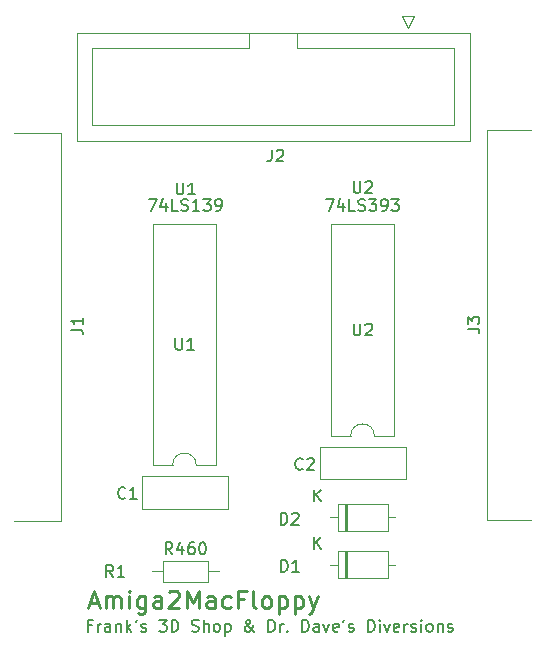
<source format=gbr>
%TF.GenerationSoftware,KiCad,Pcbnew,(5.1.9)-1*%
%TF.CreationDate,2021-05-27T14:44:41-04:00*%
%TF.ProjectId,Aimga2MacFloppy,41696d67-6132-44d6-9163-466c6f707079,1.0*%
%TF.SameCoordinates,Original*%
%TF.FileFunction,Legend,Top*%
%TF.FilePolarity,Positive*%
%FSLAX46Y46*%
G04 Gerber Fmt 4.6, Leading zero omitted, Abs format (unit mm)*
G04 Created by KiCad (PCBNEW (5.1.9)-1) date 2021-05-27 14:44:41*
%MOMM*%
%LPD*%
G01*
G04 APERTURE LIST*
%ADD10C,0.250000*%
%ADD11C,0.150000*%
%ADD12C,0.120000*%
G04 APERTURE END LIST*
D10*
X122850617Y-128192960D02*
X123564902Y-128192960D01*
X122707760Y-128621531D02*
X123207760Y-127121531D01*
X123707760Y-128621531D01*
X124207760Y-128621531D02*
X124207760Y-127621531D01*
X124207760Y-127764388D02*
X124279188Y-127692960D01*
X124422045Y-127621531D01*
X124636331Y-127621531D01*
X124779188Y-127692960D01*
X124850617Y-127835817D01*
X124850617Y-128621531D01*
X124850617Y-127835817D02*
X124922045Y-127692960D01*
X125064902Y-127621531D01*
X125279188Y-127621531D01*
X125422045Y-127692960D01*
X125493474Y-127835817D01*
X125493474Y-128621531D01*
X126207760Y-128621531D02*
X126207760Y-127621531D01*
X126207760Y-127121531D02*
X126136331Y-127192960D01*
X126207760Y-127264388D01*
X126279188Y-127192960D01*
X126207760Y-127121531D01*
X126207760Y-127264388D01*
X127564902Y-127621531D02*
X127564902Y-128835817D01*
X127493474Y-128978674D01*
X127422045Y-129050102D01*
X127279188Y-129121531D01*
X127064902Y-129121531D01*
X126922045Y-129050102D01*
X127564902Y-128550102D02*
X127422045Y-128621531D01*
X127136331Y-128621531D01*
X126993474Y-128550102D01*
X126922045Y-128478674D01*
X126850617Y-128335817D01*
X126850617Y-127907245D01*
X126922045Y-127764388D01*
X126993474Y-127692960D01*
X127136331Y-127621531D01*
X127422045Y-127621531D01*
X127564902Y-127692960D01*
X128922045Y-128621531D02*
X128922045Y-127835817D01*
X128850617Y-127692960D01*
X128707760Y-127621531D01*
X128422045Y-127621531D01*
X128279188Y-127692960D01*
X128922045Y-128550102D02*
X128779188Y-128621531D01*
X128422045Y-128621531D01*
X128279188Y-128550102D01*
X128207760Y-128407245D01*
X128207760Y-128264388D01*
X128279188Y-128121531D01*
X128422045Y-128050102D01*
X128779188Y-128050102D01*
X128922045Y-127978674D01*
X129564902Y-127264388D02*
X129636331Y-127192960D01*
X129779188Y-127121531D01*
X130136331Y-127121531D01*
X130279188Y-127192960D01*
X130350617Y-127264388D01*
X130422045Y-127407245D01*
X130422045Y-127550102D01*
X130350617Y-127764388D01*
X129493474Y-128621531D01*
X130422045Y-128621531D01*
X131064902Y-128621531D02*
X131064902Y-127121531D01*
X131564902Y-128192960D01*
X132064902Y-127121531D01*
X132064902Y-128621531D01*
X133422045Y-128621531D02*
X133422045Y-127835817D01*
X133350617Y-127692960D01*
X133207760Y-127621531D01*
X132922045Y-127621531D01*
X132779188Y-127692960D01*
X133422045Y-128550102D02*
X133279188Y-128621531D01*
X132922045Y-128621531D01*
X132779188Y-128550102D01*
X132707760Y-128407245D01*
X132707760Y-128264388D01*
X132779188Y-128121531D01*
X132922045Y-128050102D01*
X133279188Y-128050102D01*
X133422045Y-127978674D01*
X134779188Y-128550102D02*
X134636331Y-128621531D01*
X134350617Y-128621531D01*
X134207760Y-128550102D01*
X134136331Y-128478674D01*
X134064902Y-128335817D01*
X134064902Y-127907245D01*
X134136331Y-127764388D01*
X134207760Y-127692960D01*
X134350617Y-127621531D01*
X134636331Y-127621531D01*
X134779188Y-127692960D01*
X135922045Y-127835817D02*
X135422045Y-127835817D01*
X135422045Y-128621531D02*
X135422045Y-127121531D01*
X136136331Y-127121531D01*
X136922045Y-128621531D02*
X136779188Y-128550102D01*
X136707760Y-128407245D01*
X136707760Y-127121531D01*
X137707760Y-128621531D02*
X137564902Y-128550102D01*
X137493474Y-128478674D01*
X137422045Y-128335817D01*
X137422045Y-127907245D01*
X137493474Y-127764388D01*
X137564902Y-127692960D01*
X137707760Y-127621531D01*
X137922045Y-127621531D01*
X138064902Y-127692960D01*
X138136331Y-127764388D01*
X138207760Y-127907245D01*
X138207760Y-128335817D01*
X138136331Y-128478674D01*
X138064902Y-128550102D01*
X137922045Y-128621531D01*
X137707760Y-128621531D01*
X138850617Y-127621531D02*
X138850617Y-129121531D01*
X138850617Y-127692960D02*
X138993474Y-127621531D01*
X139279188Y-127621531D01*
X139422045Y-127692960D01*
X139493474Y-127764388D01*
X139564902Y-127907245D01*
X139564902Y-128335817D01*
X139493474Y-128478674D01*
X139422045Y-128550102D01*
X139279188Y-128621531D01*
X138993474Y-128621531D01*
X138850617Y-128550102D01*
X140207760Y-127621531D02*
X140207760Y-129121531D01*
X140207760Y-127692960D02*
X140350617Y-127621531D01*
X140636331Y-127621531D01*
X140779188Y-127692960D01*
X140850617Y-127764388D01*
X140922045Y-127907245D01*
X140922045Y-128335817D01*
X140850617Y-128478674D01*
X140779188Y-128550102D01*
X140636331Y-128621531D01*
X140350617Y-128621531D01*
X140207760Y-128550102D01*
X141422045Y-127621531D02*
X141779188Y-128621531D01*
X142136331Y-127621531D02*
X141779188Y-128621531D01*
X141636331Y-128978674D01*
X141564902Y-129050102D01*
X141422045Y-129121531D01*
D11*
X123022521Y-130081531D02*
X122689188Y-130081531D01*
X122689188Y-130605340D02*
X122689188Y-129605340D01*
X123165379Y-129605340D01*
X123546331Y-130605340D02*
X123546331Y-129938674D01*
X123546331Y-130129150D02*
X123593950Y-130033912D01*
X123641569Y-129986293D01*
X123736807Y-129938674D01*
X123832045Y-129938674D01*
X124593950Y-130605340D02*
X124593950Y-130081531D01*
X124546331Y-129986293D01*
X124451093Y-129938674D01*
X124260617Y-129938674D01*
X124165379Y-129986293D01*
X124593950Y-130557721D02*
X124498712Y-130605340D01*
X124260617Y-130605340D01*
X124165379Y-130557721D01*
X124117760Y-130462483D01*
X124117760Y-130367245D01*
X124165379Y-130272007D01*
X124260617Y-130224388D01*
X124498712Y-130224388D01*
X124593950Y-130176769D01*
X125070140Y-129938674D02*
X125070140Y-130605340D01*
X125070140Y-130033912D02*
X125117760Y-129986293D01*
X125212998Y-129938674D01*
X125355855Y-129938674D01*
X125451093Y-129986293D01*
X125498712Y-130081531D01*
X125498712Y-130605340D01*
X125974902Y-130605340D02*
X125974902Y-129605340D01*
X126070140Y-130224388D02*
X126355855Y-130605340D01*
X126355855Y-129938674D02*
X125974902Y-130319626D01*
X126832045Y-129605340D02*
X126736807Y-129795817D01*
X127212998Y-130557721D02*
X127308236Y-130605340D01*
X127498712Y-130605340D01*
X127593950Y-130557721D01*
X127641569Y-130462483D01*
X127641569Y-130414864D01*
X127593950Y-130319626D01*
X127498712Y-130272007D01*
X127355855Y-130272007D01*
X127260617Y-130224388D01*
X127212998Y-130129150D01*
X127212998Y-130081531D01*
X127260617Y-129986293D01*
X127355855Y-129938674D01*
X127498712Y-129938674D01*
X127593950Y-129986293D01*
X128736807Y-129605340D02*
X129355855Y-129605340D01*
X129022521Y-129986293D01*
X129165379Y-129986293D01*
X129260617Y-130033912D01*
X129308236Y-130081531D01*
X129355855Y-130176769D01*
X129355855Y-130414864D01*
X129308236Y-130510102D01*
X129260617Y-130557721D01*
X129165379Y-130605340D01*
X128879664Y-130605340D01*
X128784426Y-130557721D01*
X128736807Y-130510102D01*
X129784426Y-130605340D02*
X129784426Y-129605340D01*
X130022521Y-129605340D01*
X130165379Y-129652960D01*
X130260617Y-129748198D01*
X130308236Y-129843436D01*
X130355855Y-130033912D01*
X130355855Y-130176769D01*
X130308236Y-130367245D01*
X130260617Y-130462483D01*
X130165379Y-130557721D01*
X130022521Y-130605340D01*
X129784426Y-130605340D01*
X131498712Y-130557721D02*
X131641569Y-130605340D01*
X131879664Y-130605340D01*
X131974902Y-130557721D01*
X132022521Y-130510102D01*
X132070140Y-130414864D01*
X132070140Y-130319626D01*
X132022521Y-130224388D01*
X131974902Y-130176769D01*
X131879664Y-130129150D01*
X131689188Y-130081531D01*
X131593950Y-130033912D01*
X131546331Y-129986293D01*
X131498712Y-129891055D01*
X131498712Y-129795817D01*
X131546331Y-129700579D01*
X131593950Y-129652960D01*
X131689188Y-129605340D01*
X131927283Y-129605340D01*
X132070140Y-129652960D01*
X132498712Y-130605340D02*
X132498712Y-129605340D01*
X132927283Y-130605340D02*
X132927283Y-130081531D01*
X132879664Y-129986293D01*
X132784426Y-129938674D01*
X132641569Y-129938674D01*
X132546331Y-129986293D01*
X132498712Y-130033912D01*
X133546331Y-130605340D02*
X133451093Y-130557721D01*
X133403474Y-130510102D01*
X133355855Y-130414864D01*
X133355855Y-130129150D01*
X133403474Y-130033912D01*
X133451093Y-129986293D01*
X133546331Y-129938674D01*
X133689188Y-129938674D01*
X133784426Y-129986293D01*
X133832045Y-130033912D01*
X133879664Y-130129150D01*
X133879664Y-130414864D01*
X133832045Y-130510102D01*
X133784426Y-130557721D01*
X133689188Y-130605340D01*
X133546331Y-130605340D01*
X134308236Y-129938674D02*
X134308236Y-130938674D01*
X134308236Y-129986293D02*
X134403474Y-129938674D01*
X134593950Y-129938674D01*
X134689188Y-129986293D01*
X134736807Y-130033912D01*
X134784426Y-130129150D01*
X134784426Y-130414864D01*
X134736807Y-130510102D01*
X134689188Y-130557721D01*
X134593950Y-130605340D01*
X134403474Y-130605340D01*
X134308236Y-130557721D01*
X136784426Y-130605340D02*
X136736807Y-130605340D01*
X136641569Y-130557721D01*
X136498712Y-130414864D01*
X136260617Y-130129150D01*
X136165379Y-129986293D01*
X136117760Y-129843436D01*
X136117760Y-129748198D01*
X136165379Y-129652960D01*
X136260617Y-129605340D01*
X136308236Y-129605340D01*
X136403474Y-129652960D01*
X136451093Y-129748198D01*
X136451093Y-129795817D01*
X136403474Y-129891055D01*
X136355855Y-129938674D01*
X136070140Y-130129150D01*
X136022521Y-130176769D01*
X135974902Y-130272007D01*
X135974902Y-130414864D01*
X136022521Y-130510102D01*
X136070140Y-130557721D01*
X136165379Y-130605340D01*
X136308236Y-130605340D01*
X136403474Y-130557721D01*
X136451093Y-130510102D01*
X136593950Y-130319626D01*
X136641569Y-130176769D01*
X136641569Y-130081531D01*
X137974902Y-130605340D02*
X137974902Y-129605340D01*
X138212998Y-129605340D01*
X138355855Y-129652960D01*
X138451093Y-129748198D01*
X138498712Y-129843436D01*
X138546331Y-130033912D01*
X138546331Y-130176769D01*
X138498712Y-130367245D01*
X138451093Y-130462483D01*
X138355855Y-130557721D01*
X138212998Y-130605340D01*
X137974902Y-130605340D01*
X138974902Y-130605340D02*
X138974902Y-129938674D01*
X138974902Y-130129150D02*
X139022521Y-130033912D01*
X139070140Y-129986293D01*
X139165379Y-129938674D01*
X139260617Y-129938674D01*
X139593950Y-130510102D02*
X139641569Y-130557721D01*
X139593950Y-130605340D01*
X139546331Y-130557721D01*
X139593950Y-130510102D01*
X139593950Y-130605340D01*
X140832045Y-130605340D02*
X140832045Y-129605340D01*
X141070140Y-129605340D01*
X141212998Y-129652960D01*
X141308236Y-129748198D01*
X141355855Y-129843436D01*
X141403474Y-130033912D01*
X141403474Y-130176769D01*
X141355855Y-130367245D01*
X141308236Y-130462483D01*
X141212998Y-130557721D01*
X141070140Y-130605340D01*
X140832045Y-130605340D01*
X142260617Y-130605340D02*
X142260617Y-130081531D01*
X142212998Y-129986293D01*
X142117760Y-129938674D01*
X141927283Y-129938674D01*
X141832045Y-129986293D01*
X142260617Y-130557721D02*
X142165379Y-130605340D01*
X141927283Y-130605340D01*
X141832045Y-130557721D01*
X141784426Y-130462483D01*
X141784426Y-130367245D01*
X141832045Y-130272007D01*
X141927283Y-130224388D01*
X142165379Y-130224388D01*
X142260617Y-130176769D01*
X142641569Y-129938674D02*
X142879664Y-130605340D01*
X143117760Y-129938674D01*
X143879664Y-130557721D02*
X143784426Y-130605340D01*
X143593950Y-130605340D01*
X143498712Y-130557721D01*
X143451093Y-130462483D01*
X143451093Y-130081531D01*
X143498712Y-129986293D01*
X143593950Y-129938674D01*
X143784426Y-129938674D01*
X143879664Y-129986293D01*
X143927283Y-130081531D01*
X143927283Y-130176769D01*
X143451093Y-130272007D01*
X144403474Y-129605340D02*
X144308236Y-129795817D01*
X144784426Y-130557721D02*
X144879664Y-130605340D01*
X145070140Y-130605340D01*
X145165379Y-130557721D01*
X145212998Y-130462483D01*
X145212998Y-130414864D01*
X145165379Y-130319626D01*
X145070140Y-130272007D01*
X144927283Y-130272007D01*
X144832045Y-130224388D01*
X144784426Y-130129150D01*
X144784426Y-130081531D01*
X144832045Y-129986293D01*
X144927283Y-129938674D01*
X145070140Y-129938674D01*
X145165379Y-129986293D01*
X146403474Y-130605340D02*
X146403474Y-129605340D01*
X146641569Y-129605340D01*
X146784426Y-129652960D01*
X146879664Y-129748198D01*
X146927283Y-129843436D01*
X146974902Y-130033912D01*
X146974902Y-130176769D01*
X146927283Y-130367245D01*
X146879664Y-130462483D01*
X146784426Y-130557721D01*
X146641569Y-130605340D01*
X146403474Y-130605340D01*
X147403474Y-130605340D02*
X147403474Y-129938674D01*
X147403474Y-129605340D02*
X147355855Y-129652960D01*
X147403474Y-129700579D01*
X147451093Y-129652960D01*
X147403474Y-129605340D01*
X147403474Y-129700579D01*
X147784426Y-129938674D02*
X148022521Y-130605340D01*
X148260617Y-129938674D01*
X149022521Y-130557721D02*
X148927283Y-130605340D01*
X148736807Y-130605340D01*
X148641569Y-130557721D01*
X148593950Y-130462483D01*
X148593950Y-130081531D01*
X148641569Y-129986293D01*
X148736807Y-129938674D01*
X148927283Y-129938674D01*
X149022521Y-129986293D01*
X149070140Y-130081531D01*
X149070140Y-130176769D01*
X148593950Y-130272007D01*
X149498712Y-130605340D02*
X149498712Y-129938674D01*
X149498712Y-130129150D02*
X149546331Y-130033912D01*
X149593950Y-129986293D01*
X149689188Y-129938674D01*
X149784426Y-129938674D01*
X150070140Y-130557721D02*
X150165379Y-130605340D01*
X150355855Y-130605340D01*
X150451093Y-130557721D01*
X150498712Y-130462483D01*
X150498712Y-130414864D01*
X150451093Y-130319626D01*
X150355855Y-130272007D01*
X150212998Y-130272007D01*
X150117760Y-130224388D01*
X150070140Y-130129150D01*
X150070140Y-130081531D01*
X150117760Y-129986293D01*
X150212998Y-129938674D01*
X150355855Y-129938674D01*
X150451093Y-129986293D01*
X150927283Y-130605340D02*
X150927283Y-129938674D01*
X150927283Y-129605340D02*
X150879664Y-129652960D01*
X150927283Y-129700579D01*
X150974902Y-129652960D01*
X150927283Y-129605340D01*
X150927283Y-129700579D01*
X151546331Y-130605340D02*
X151451093Y-130557721D01*
X151403474Y-130510102D01*
X151355855Y-130414864D01*
X151355855Y-130129150D01*
X151403474Y-130033912D01*
X151451093Y-129986293D01*
X151546331Y-129938674D01*
X151689188Y-129938674D01*
X151784426Y-129986293D01*
X151832045Y-130033912D01*
X151879664Y-130129150D01*
X151879664Y-130414864D01*
X151832045Y-130510102D01*
X151784426Y-130557721D01*
X151689188Y-130605340D01*
X151546331Y-130605340D01*
X152308236Y-129938674D02*
X152308236Y-130605340D01*
X152308236Y-130033912D02*
X152355855Y-129986293D01*
X152451093Y-129938674D01*
X152593950Y-129938674D01*
X152689188Y-129986293D01*
X152736807Y-130081531D01*
X152736807Y-130605340D01*
X153165379Y-130557721D02*
X153260617Y-130605340D01*
X153451093Y-130605340D01*
X153546331Y-130557721D01*
X153593950Y-130462483D01*
X153593950Y-130414864D01*
X153546331Y-130319626D01*
X153451093Y-130272007D01*
X153308236Y-130272007D01*
X153212998Y-130224388D01*
X153165379Y-130129150D01*
X153165379Y-130081531D01*
X153212998Y-129986293D01*
X153308236Y-129938674D01*
X153451093Y-129938674D01*
X153546331Y-129986293D01*
D12*
%TO.C,D2*%
X144428000Y-119803000D02*
X144428000Y-122043000D01*
X144668000Y-119803000D02*
X144668000Y-122043000D01*
X144548000Y-119803000D02*
X144548000Y-122043000D01*
X148718000Y-120923000D02*
X148068000Y-120923000D01*
X143178000Y-120923000D02*
X143828000Y-120923000D01*
X148068000Y-119803000D02*
X143828000Y-119803000D01*
X148068000Y-122043000D02*
X148068000Y-119803000D01*
X143828000Y-122043000D02*
X148068000Y-122043000D01*
X143828000Y-119803000D02*
X143828000Y-122043000D01*
%TO.C,D1*%
X144428000Y-123803000D02*
X144428000Y-126043000D01*
X144668000Y-123803000D02*
X144668000Y-126043000D01*
X144548000Y-123803000D02*
X144548000Y-126043000D01*
X148718000Y-124923000D02*
X148068000Y-124923000D01*
X143178000Y-124923000D02*
X143828000Y-124923000D01*
X148068000Y-123803000D02*
X143828000Y-123803000D01*
X148068000Y-126043000D02*
X148068000Y-123803000D01*
X143828000Y-126043000D02*
X148068000Y-126043000D01*
X143828000Y-123803000D02*
X143828000Y-126043000D01*
%TO.C,C1*%
X134528000Y-117463000D02*
X134528000Y-120203000D01*
X127288000Y-117463000D02*
X127288000Y-120203000D01*
X127288000Y-120203000D02*
X134528000Y-120203000D01*
X127288000Y-117463000D02*
X134528000Y-117463000D01*
%TO.C,C2*%
X149608000Y-114973000D02*
X149608000Y-117713000D01*
X142368000Y-114973000D02*
X142368000Y-117713000D01*
X142368000Y-117713000D02*
X149608000Y-117713000D01*
X142368000Y-114973000D02*
X149608000Y-114973000D01*
%TO.C,J1*%
X116412000Y-121233333D02*
X120444000Y-121233333D01*
X120444000Y-121233333D02*
X120444000Y-88420667D01*
X120444000Y-88420667D02*
X116412000Y-88420667D01*
%TO.C,J3*%
X156500000Y-121179333D02*
X160240000Y-121179333D01*
X156500000Y-88112667D02*
X156500000Y-121179333D01*
X160240000Y-88112667D02*
X156500000Y-88112667D01*
%TO.C,R460*%
X129041000Y-124591000D02*
X129041000Y-126431000D01*
X129041000Y-126431000D02*
X132881000Y-126431000D01*
X132881000Y-126431000D02*
X132881000Y-124591000D01*
X132881000Y-124591000D02*
X129041000Y-124591000D01*
X128091000Y-125511000D02*
X129041000Y-125511000D01*
X133831000Y-125511000D02*
X132881000Y-125511000D01*
%TO.C,J2*%
X155010000Y-79903000D02*
X155010000Y-89023000D01*
X155010000Y-89023000D02*
X121730000Y-89023000D01*
X121730000Y-89023000D02*
X121730000Y-79903000D01*
X121730000Y-79903000D02*
X155010000Y-79903000D01*
X140420000Y-79903000D02*
X140420000Y-81213000D01*
X140420000Y-81213000D02*
X153710000Y-81213000D01*
X153710000Y-81213000D02*
X153710000Y-87713000D01*
X153710000Y-87713000D02*
X123030000Y-87713000D01*
X123030000Y-87713000D02*
X123030000Y-81213000D01*
X123030000Y-81213000D02*
X136320000Y-81213000D01*
X136320000Y-81213000D02*
X136320000Y-81213000D01*
X136320000Y-81213000D02*
X136320000Y-79903000D01*
X149800000Y-79513000D02*
X150300000Y-78513000D01*
X150300000Y-78513000D02*
X149300000Y-78513000D01*
X149300000Y-78513000D02*
X149800000Y-79513000D01*
%TO.C,U2*%
X143297000Y-114014000D02*
X144947000Y-114014000D01*
X143297000Y-96114000D02*
X143297000Y-114014000D01*
X148597000Y-96114000D02*
X143297000Y-96114000D01*
X148597000Y-114014000D02*
X148597000Y-96114000D01*
X146947000Y-114014000D02*
X148597000Y-114014000D01*
X144947000Y-114014000D02*
G75*
G02*
X146947000Y-114014000I1000000J0D01*
G01*
%TO.C,U1*%
X128214000Y-116498000D02*
X129864000Y-116498000D01*
X128214000Y-96058000D02*
X128214000Y-116498000D01*
X133514000Y-96058000D02*
X128214000Y-96058000D01*
X133514000Y-116498000D02*
X133514000Y-96058000D01*
X131864000Y-116498000D02*
X133514000Y-116498000D01*
X129864000Y-116498000D02*
G75*
G02*
X131864000Y-116498000I1000000J0D01*
G01*
%TO.C,D2*%
D11*
X139019904Y-121535380D02*
X139019904Y-120535380D01*
X139258000Y-120535380D01*
X139400857Y-120583000D01*
X139496095Y-120678238D01*
X139543714Y-120773476D01*
X139591333Y-120963952D01*
X139591333Y-121106809D01*
X139543714Y-121297285D01*
X139496095Y-121392523D01*
X139400857Y-121487761D01*
X139258000Y-121535380D01*
X139019904Y-121535380D01*
X139972285Y-120630619D02*
X140019904Y-120583000D01*
X140115142Y-120535380D01*
X140353238Y-120535380D01*
X140448476Y-120583000D01*
X140496095Y-120630619D01*
X140543714Y-120725857D01*
X140543714Y-120821095D01*
X140496095Y-120963952D01*
X139924666Y-121535380D01*
X140543714Y-121535380D01*
X141876095Y-119575380D02*
X141876095Y-118575380D01*
X142447523Y-119575380D02*
X142018952Y-119003952D01*
X142447523Y-118575380D02*
X141876095Y-119146809D01*
%TO.C,D1*%
X139039904Y-125525380D02*
X139039904Y-124525380D01*
X139278000Y-124525380D01*
X139420857Y-124573000D01*
X139516095Y-124668238D01*
X139563714Y-124763476D01*
X139611333Y-124953952D01*
X139611333Y-125096809D01*
X139563714Y-125287285D01*
X139516095Y-125382523D01*
X139420857Y-125477761D01*
X139278000Y-125525380D01*
X139039904Y-125525380D01*
X140563714Y-125525380D02*
X139992285Y-125525380D01*
X140278000Y-125525380D02*
X140278000Y-124525380D01*
X140182761Y-124668238D01*
X140087523Y-124763476D01*
X139992285Y-124811095D01*
X141876095Y-123575380D02*
X141876095Y-122575380D01*
X142447523Y-123575380D02*
X142018952Y-123003952D01*
X142447523Y-122575380D02*
X141876095Y-123146809D01*
%TO.C,C1*%
X125871093Y-119270102D02*
X125823474Y-119317721D01*
X125680617Y-119365340D01*
X125585379Y-119365340D01*
X125442521Y-119317721D01*
X125347283Y-119222483D01*
X125299664Y-119127245D01*
X125252045Y-118936769D01*
X125252045Y-118793912D01*
X125299664Y-118603436D01*
X125347283Y-118508198D01*
X125442521Y-118412960D01*
X125585379Y-118365340D01*
X125680617Y-118365340D01*
X125823474Y-118412960D01*
X125871093Y-118460579D01*
X126823474Y-119365340D02*
X126252045Y-119365340D01*
X126537760Y-119365340D02*
X126537760Y-118365340D01*
X126442521Y-118508198D01*
X126347283Y-118603436D01*
X126252045Y-118651055D01*
%TO.C,C2*%
X140871093Y-116820102D02*
X140823474Y-116867721D01*
X140680617Y-116915340D01*
X140585379Y-116915340D01*
X140442521Y-116867721D01*
X140347283Y-116772483D01*
X140299664Y-116677245D01*
X140252045Y-116486769D01*
X140252045Y-116343912D01*
X140299664Y-116153436D01*
X140347283Y-116058198D01*
X140442521Y-115962960D01*
X140585379Y-115915340D01*
X140680617Y-115915340D01*
X140823474Y-115962960D01*
X140871093Y-116010579D01*
X141252045Y-116010579D02*
X141299664Y-115962960D01*
X141394902Y-115915340D01*
X141632998Y-115915340D01*
X141728236Y-115962960D01*
X141775855Y-116010579D01*
X141823474Y-116105817D01*
X141823474Y-116201055D01*
X141775855Y-116343912D01*
X141204426Y-116915340D01*
X141823474Y-116915340D01*
%TO.C,J1*%
X121269480Y-105028233D02*
X121983766Y-105028233D01*
X122126623Y-105075852D01*
X122221861Y-105171090D01*
X122269480Y-105313947D01*
X122269480Y-105409185D01*
X122269480Y-104028233D02*
X122269480Y-104599661D01*
X122269480Y-104313947D02*
X121269480Y-104313947D01*
X121412338Y-104409185D01*
X121507576Y-104504423D01*
X121555195Y-104599661D01*
%TO.C,J3*%
X154843380Y-104943733D02*
X155557666Y-104943733D01*
X155700523Y-104991352D01*
X155795761Y-105086590D01*
X155843380Y-105229447D01*
X155843380Y-105324685D01*
X154843380Y-104562780D02*
X154843380Y-103943733D01*
X155224333Y-104277066D01*
X155224333Y-104134209D01*
X155271952Y-104038971D01*
X155319571Y-103991352D01*
X155414809Y-103943733D01*
X155652904Y-103943733D01*
X155748142Y-103991352D01*
X155795761Y-104038971D01*
X155843380Y-104134209D01*
X155843380Y-104419923D01*
X155795761Y-104515161D01*
X155748142Y-104562780D01*
%TO.C,R460*%
X129841952Y-124043380D02*
X129508619Y-123567190D01*
X129270523Y-124043380D02*
X129270523Y-123043380D01*
X129651476Y-123043380D01*
X129746714Y-123091000D01*
X129794333Y-123138619D01*
X129841952Y-123233857D01*
X129841952Y-123376714D01*
X129794333Y-123471952D01*
X129746714Y-123519571D01*
X129651476Y-123567190D01*
X129270523Y-123567190D01*
X130699095Y-123376714D02*
X130699095Y-124043380D01*
X130461000Y-122995761D02*
X130222904Y-123710047D01*
X130841952Y-123710047D01*
X131651476Y-123043380D02*
X131461000Y-123043380D01*
X131365761Y-123091000D01*
X131318142Y-123138619D01*
X131222904Y-123281476D01*
X131175285Y-123471952D01*
X131175285Y-123852904D01*
X131222904Y-123948142D01*
X131270523Y-123995761D01*
X131365761Y-124043380D01*
X131556238Y-124043380D01*
X131651476Y-123995761D01*
X131699095Y-123948142D01*
X131746714Y-123852904D01*
X131746714Y-123614809D01*
X131699095Y-123519571D01*
X131651476Y-123471952D01*
X131556238Y-123424333D01*
X131365761Y-123424333D01*
X131270523Y-123471952D01*
X131222904Y-123519571D01*
X131175285Y-123614809D01*
X132365761Y-123043380D02*
X132461000Y-123043380D01*
X132556238Y-123091000D01*
X132603857Y-123138619D01*
X132651476Y-123233857D01*
X132699095Y-123424333D01*
X132699095Y-123662428D01*
X132651476Y-123852904D01*
X132603857Y-123948142D01*
X132556238Y-123995761D01*
X132461000Y-124043380D01*
X132365761Y-124043380D01*
X132270523Y-123995761D01*
X132222904Y-123948142D01*
X132175285Y-123852904D01*
X132127666Y-123662428D01*
X132127666Y-123424333D01*
X132175285Y-123233857D01*
X132222904Y-123138619D01*
X132270523Y-123091000D01*
X132365761Y-123043380D01*
X124825333Y-125963380D02*
X124492000Y-125487190D01*
X124253904Y-125963380D02*
X124253904Y-124963380D01*
X124634857Y-124963380D01*
X124730095Y-125011000D01*
X124777714Y-125058619D01*
X124825333Y-125153857D01*
X124825333Y-125296714D01*
X124777714Y-125391952D01*
X124730095Y-125439571D01*
X124634857Y-125487190D01*
X124253904Y-125487190D01*
X125777714Y-125963380D02*
X125206285Y-125963380D01*
X125492000Y-125963380D02*
X125492000Y-124963380D01*
X125396761Y-125106238D01*
X125301523Y-125201476D01*
X125206285Y-125249095D01*
%TO.C,J2*%
X138250066Y-89787880D02*
X138250066Y-90502166D01*
X138202447Y-90645023D01*
X138107209Y-90740261D01*
X137964352Y-90787880D01*
X137869114Y-90787880D01*
X138678638Y-89883119D02*
X138726257Y-89835500D01*
X138821495Y-89787880D01*
X139059590Y-89787880D01*
X139154828Y-89835500D01*
X139202447Y-89883119D01*
X139250066Y-89978357D01*
X139250066Y-90073595D01*
X139202447Y-90216452D01*
X138631019Y-90787880D01*
X139250066Y-90787880D01*
%TO.C,U2*%
X145185095Y-92451380D02*
X145185095Y-93260904D01*
X145232714Y-93356142D01*
X145280333Y-93403761D01*
X145375571Y-93451380D01*
X145566047Y-93451380D01*
X145661285Y-93403761D01*
X145708904Y-93356142D01*
X145756523Y-93260904D01*
X145756523Y-92451380D01*
X146185095Y-92546619D02*
X146232714Y-92499000D01*
X146327952Y-92451380D01*
X146566047Y-92451380D01*
X146661285Y-92499000D01*
X146708904Y-92546619D01*
X146756523Y-92641857D01*
X146756523Y-92737095D01*
X146708904Y-92879952D01*
X146137476Y-93451380D01*
X146756523Y-93451380D01*
X142827952Y-93975380D02*
X143494619Y-93975380D01*
X143066047Y-94975380D01*
X144304142Y-94308714D02*
X144304142Y-94975380D01*
X144066047Y-93927761D02*
X143827952Y-94642047D01*
X144447000Y-94642047D01*
X145304142Y-94975380D02*
X144827952Y-94975380D01*
X144827952Y-93975380D01*
X145589857Y-94927761D02*
X145732714Y-94975380D01*
X145970809Y-94975380D01*
X146066047Y-94927761D01*
X146113666Y-94880142D01*
X146161285Y-94784904D01*
X146161285Y-94689666D01*
X146113666Y-94594428D01*
X146066047Y-94546809D01*
X145970809Y-94499190D01*
X145780333Y-94451571D01*
X145685095Y-94403952D01*
X145637476Y-94356333D01*
X145589857Y-94261095D01*
X145589857Y-94165857D01*
X145637476Y-94070619D01*
X145685095Y-94023000D01*
X145780333Y-93975380D01*
X146018428Y-93975380D01*
X146161285Y-94023000D01*
X146494619Y-93975380D02*
X147113666Y-93975380D01*
X146780333Y-94356333D01*
X146923190Y-94356333D01*
X147018428Y-94403952D01*
X147066047Y-94451571D01*
X147113666Y-94546809D01*
X147113666Y-94784904D01*
X147066047Y-94880142D01*
X147018428Y-94927761D01*
X146923190Y-94975380D01*
X146637476Y-94975380D01*
X146542238Y-94927761D01*
X146494619Y-94880142D01*
X147589857Y-94975380D02*
X147780333Y-94975380D01*
X147875571Y-94927761D01*
X147923190Y-94880142D01*
X148018428Y-94737285D01*
X148066047Y-94546809D01*
X148066047Y-94165857D01*
X148018428Y-94070619D01*
X147970809Y-94023000D01*
X147875571Y-93975380D01*
X147685095Y-93975380D01*
X147589857Y-94023000D01*
X147542238Y-94070619D01*
X147494619Y-94165857D01*
X147494619Y-94403952D01*
X147542238Y-94499190D01*
X147589857Y-94546809D01*
X147685095Y-94594428D01*
X147875571Y-94594428D01*
X147970809Y-94546809D01*
X148018428Y-94499190D01*
X148066047Y-94403952D01*
X148399380Y-93975380D02*
X149018428Y-93975380D01*
X148685095Y-94356333D01*
X148827952Y-94356333D01*
X148923190Y-94403952D01*
X148970809Y-94451571D01*
X149018428Y-94546809D01*
X149018428Y-94784904D01*
X148970809Y-94880142D01*
X148923190Y-94927761D01*
X148827952Y-94975380D01*
X148542238Y-94975380D01*
X148447000Y-94927761D01*
X148399380Y-94880142D01*
X145185095Y-104516380D02*
X145185095Y-105325904D01*
X145232714Y-105421142D01*
X145280333Y-105468761D01*
X145375571Y-105516380D01*
X145566047Y-105516380D01*
X145661285Y-105468761D01*
X145708904Y-105421142D01*
X145756523Y-105325904D01*
X145756523Y-104516380D01*
X146185095Y-104611619D02*
X146232714Y-104564000D01*
X146327952Y-104516380D01*
X146566047Y-104516380D01*
X146661285Y-104564000D01*
X146708904Y-104611619D01*
X146756523Y-104706857D01*
X146756523Y-104802095D01*
X146708904Y-104944952D01*
X146137476Y-105516380D01*
X146756523Y-105516380D01*
%TO.C,U1*%
X130198595Y-92578380D02*
X130198595Y-93387904D01*
X130246214Y-93483142D01*
X130293833Y-93530761D01*
X130389071Y-93578380D01*
X130579547Y-93578380D01*
X130674785Y-93530761D01*
X130722404Y-93483142D01*
X130770023Y-93387904D01*
X130770023Y-92578380D01*
X131770023Y-93578380D02*
X131198595Y-93578380D01*
X131484309Y-93578380D02*
X131484309Y-92578380D01*
X131389071Y-92721238D01*
X131293833Y-92816476D01*
X131198595Y-92864095D01*
X127841452Y-93975380D02*
X128508119Y-93975380D01*
X128079547Y-94975380D01*
X129317642Y-94308714D02*
X129317642Y-94975380D01*
X129079547Y-93927761D02*
X128841452Y-94642047D01*
X129460500Y-94642047D01*
X130317642Y-94975380D02*
X129841452Y-94975380D01*
X129841452Y-93975380D01*
X130603357Y-94927761D02*
X130746214Y-94975380D01*
X130984309Y-94975380D01*
X131079547Y-94927761D01*
X131127166Y-94880142D01*
X131174785Y-94784904D01*
X131174785Y-94689666D01*
X131127166Y-94594428D01*
X131079547Y-94546809D01*
X130984309Y-94499190D01*
X130793833Y-94451571D01*
X130698595Y-94403952D01*
X130650976Y-94356333D01*
X130603357Y-94261095D01*
X130603357Y-94165857D01*
X130650976Y-94070619D01*
X130698595Y-94023000D01*
X130793833Y-93975380D01*
X131031928Y-93975380D01*
X131174785Y-94023000D01*
X132127166Y-94975380D02*
X131555738Y-94975380D01*
X131841452Y-94975380D02*
X131841452Y-93975380D01*
X131746214Y-94118238D01*
X131650976Y-94213476D01*
X131555738Y-94261095D01*
X132460500Y-93975380D02*
X133079547Y-93975380D01*
X132746214Y-94356333D01*
X132889071Y-94356333D01*
X132984309Y-94403952D01*
X133031928Y-94451571D01*
X133079547Y-94546809D01*
X133079547Y-94784904D01*
X133031928Y-94880142D01*
X132984309Y-94927761D01*
X132889071Y-94975380D01*
X132603357Y-94975380D01*
X132508119Y-94927761D01*
X132460500Y-94880142D01*
X133555738Y-94975380D02*
X133746214Y-94975380D01*
X133841452Y-94927761D01*
X133889071Y-94880142D01*
X133984309Y-94737285D01*
X134031928Y-94546809D01*
X134031928Y-94165857D01*
X133984309Y-94070619D01*
X133936690Y-94023000D01*
X133841452Y-93975380D01*
X133650976Y-93975380D01*
X133555738Y-94023000D01*
X133508119Y-94070619D01*
X133460500Y-94165857D01*
X133460500Y-94403952D01*
X133508119Y-94499190D01*
X133555738Y-94546809D01*
X133650976Y-94594428D01*
X133841452Y-94594428D01*
X133936690Y-94546809D01*
X133984309Y-94499190D01*
X134031928Y-94403952D01*
X130102095Y-105730380D02*
X130102095Y-106539904D01*
X130149714Y-106635142D01*
X130197333Y-106682761D01*
X130292571Y-106730380D01*
X130483047Y-106730380D01*
X130578285Y-106682761D01*
X130625904Y-106635142D01*
X130673523Y-106539904D01*
X130673523Y-105730380D01*
X131673523Y-106730380D02*
X131102095Y-106730380D01*
X131387809Y-106730380D02*
X131387809Y-105730380D01*
X131292571Y-105873238D01*
X131197333Y-105968476D01*
X131102095Y-106016095D01*
%TD*%
M02*

</source>
